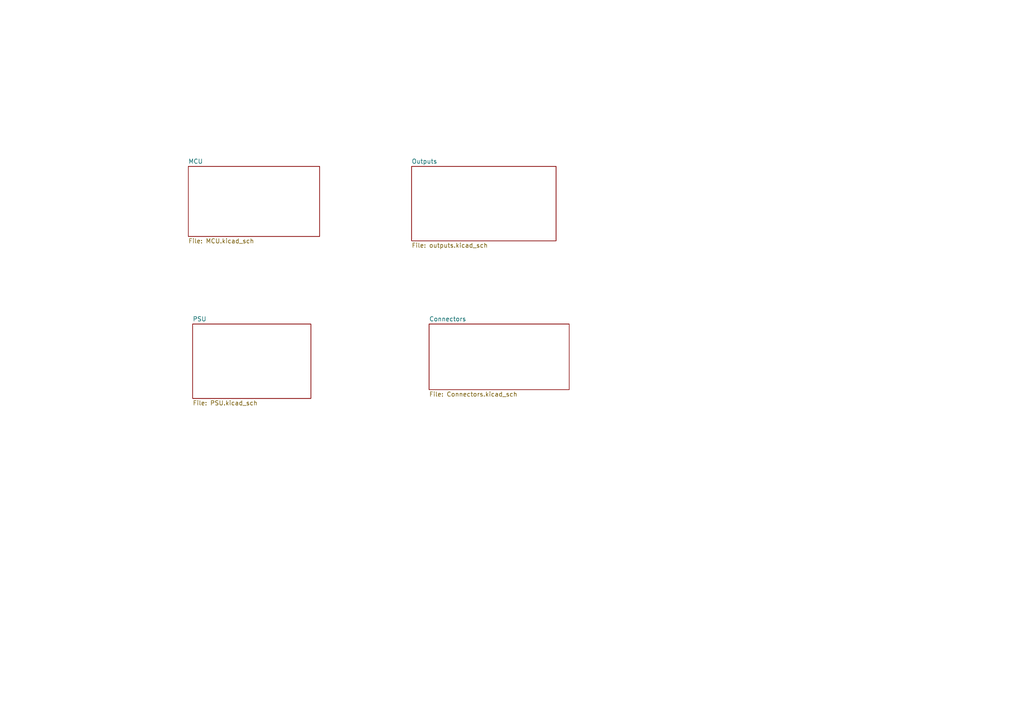
<source format=kicad_sch>
(kicad_sch
	(version 20231120)
	(generator "eeschema")
	(generator_version "8.0")
	(uuid "e63e39d7-6ac0-4ffd-8aa3-1841a4541b55")
	(paper "A4")
	(lib_symbols)
	(sheet
		(at 124.46 93.98)
		(size 40.64 19.05)
		(fields_autoplaced yes)
		(stroke
			(width 0.1524)
			(type solid)
		)
		(fill
			(color 0 0 0 0.0000)
		)
		(uuid "a9dba8c8-3d89-40ee-aacd-471fe4707141")
		(property "Sheetname" "Connectors"
			(at 124.46 93.2684 0)
			(effects
				(font
					(size 1.27 1.27)
				)
				(justify left bottom)
			)
		)
		(property "Sheetfile" "Connectors.kicad_sch"
			(at 124.46 113.6146 0)
			(effects
				(font
					(size 1.27 1.27)
				)
				(justify left top)
			)
		)
		(instances
			(project "sterownik_rolety_Zigbee"
				(path "/e63e39d7-6ac0-4ffd-8aa3-1841a4541b55"
					(page "5")
				)
			)
		)
	)
	(sheet
		(at 119.38 48.26)
		(size 41.91 21.59)
		(fields_autoplaced yes)
		(stroke
			(width 0.1524)
			(type solid)
		)
		(fill
			(color 0 0 0 0.0000)
		)
		(uuid "c3498625-d7cb-47e3-b571-b13207fdad6e")
		(property "Sheetname" "Outputs"
			(at 119.38 47.5484 0)
			(effects
				(font
					(size 1.27 1.27)
				)
				(justify left bottom)
			)
		)
		(property "Sheetfile" "outputs.kicad_sch"
			(at 119.38 70.4346 0)
			(effects
				(font
					(size 1.27 1.27)
				)
				(justify left top)
			)
		)
		(instances
			(project "sterownik_rolety_Zigbee"
				(path "/e63e39d7-6ac0-4ffd-8aa3-1841a4541b55"
					(page "3")
				)
			)
		)
	)
	(sheet
		(at 55.88 93.98)
		(size 34.29 21.59)
		(fields_autoplaced yes)
		(stroke
			(width 0.1524)
			(type solid)
		)
		(fill
			(color 0 0 0 0.0000)
		)
		(uuid "d9942cb9-a0c0-49db-85f2-749386b323ae")
		(property "Sheetname" "PSU"
			(at 55.88 93.2684 0)
			(effects
				(font
					(size 1.27 1.27)
				)
				(justify left bottom)
			)
		)
		(property "Sheetfile" "PSU.kicad_sch"
			(at 55.88 116.1546 0)
			(effects
				(font
					(size 1.27 1.27)
				)
				(justify left top)
			)
		)
		(instances
			(project "sterownik_rolety_Zigbee"
				(path "/e63e39d7-6ac0-4ffd-8aa3-1841a4541b55"
					(page "4")
				)
			)
		)
	)
	(sheet
		(at 54.61 48.26)
		(size 38.1 20.32)
		(fields_autoplaced yes)
		(stroke
			(width 0.1524)
			(type solid)
		)
		(fill
			(color 0 0 0 0.0000)
		)
		(uuid "f5ed516b-1078-4b27-8310-468dae8763f9")
		(property "Sheetname" "MCU"
			(at 54.61 47.5484 0)
			(effects
				(font
					(size 1.27 1.27)
				)
				(justify left bottom)
			)
		)
		(property "Sheetfile" "MCU.kicad_sch"
			(at 54.61 69.1646 0)
			(effects
				(font
					(size 1.27 1.27)
				)
				(justify left top)
			)
		)
		(instances
			(project "sterownik_rolety_Zigbee"
				(path "/e63e39d7-6ac0-4ffd-8aa3-1841a4541b55"
					(page "2")
				)
			)
		)
	)
	(sheet_instances
		(path "/"
			(page "1")
		)
	)
)

</source>
